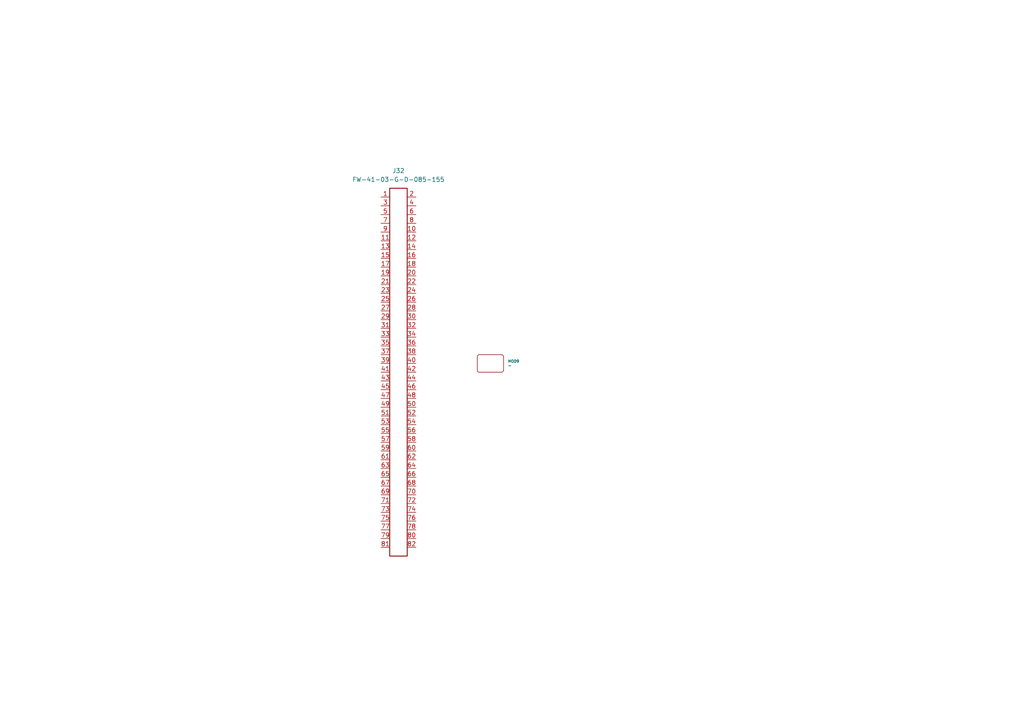
<source format=kicad_sch>
(kicad_sch (version 20250114) (generator "eeschema") (generator_version "9.0")
  (paper "A4")
  (lib_symbols
    (symbol "UNITED_CONNECTORS_DATA_BASE:J_FW-41-03-G-D-085-155" (pin_names (offset 0.254))
      (property "Reference" "J" (at 5.08 54.61 0))
      (property "Value" "FW-41-03-G-D-085-155" (at 5.08 -54.61 0))
      (symbol "J_FW-41-03-G-D-085-155_0_0"
        (pin unspecified line (at -5.08 50.8 0) (length 2.54) (name "") (number "1"))
        (pin unspecified line (at -5.08 48.26 0) (length 2.54) (name "") (number "3"))
        (pin unspecified line (at -5.08 45.72 0) (length 2.54) (name "") (number "5"))
        (pin unspecified line (at -5.08 43.18 0) (length 2.54) (name "") (number "7"))
        (pin unspecified line (at -5.08 40.64 0) (length 2.54) (name "") (number "9"))
        (pin unspecified line (at -5.08 38.1 0) (length 2.54) (name "") (number "11"))
        (pin unspecified line (at -5.08 35.56 0) (length 2.54) (name "") (number "13"))
        (pin unspecified line (at -5.08 33.02 0) (length 2.54) (name "") (number "15"))
        (pin unspecified line (at -5.08 30.48 0) (length 2.54) (name "") (number "17"))
        (pin unspecified line (at -5.08 27.94 0) (length 2.54) (name "") (number "19"))
        (pin unspecified line (at -5.08 25.4 0) (length 2.54) (name "") (number "21"))
        (pin unspecified line (at -5.08 22.86 0) (length 2.54) (name "") (number "23"))
        (pin unspecified line (at -5.08 20.32 0) (length 2.54) (name "") (number "25"))
        (pin unspecified line (at -5.08 17.78 0) (length 2.54) (name "") (number "27"))
        (pin unspecified line (at -5.08 15.24 0) (length 2.54) (name "") (number "29"))
        (pin unspecified line (at -5.08 12.7 0) (length 2.54) (name "") (number "31"))
        (pin unspecified line (at -5.08 10.16 0) (length 2.54) (name "") (number "33"))
        (pin unspecified line (at -5.08 7.62 0) (length 2.54) (name "") (number "35"))
        (pin unspecified line (at -5.08 5.08 0) (length 2.54) (name "") (number "37"))
        (pin unspecified line (at -5.08 2.54 0) (length 2.54) (name "") (number "39"))
        (pin unspecified line (at -5.08 0 0) (length 2.54) (name "") (number "41"))
        (pin unspecified line (at -5.08 -2.54 0) (length 2.54) (name "") (number "43"))
        (pin unspecified line (at -5.08 -5.08 0) (length 2.54) (name "") (number "45"))
        (pin unspecified line (at -5.08 -7.62 0) (length 2.54) (name "") (number "47"))
        (pin unspecified line (at -5.08 -10.16 0) (length 2.54) (name "") (number "49"))
        (pin unspecified line (at -5.08 -12.7 0) (length 2.54) (name "") (number "51"))
        (pin unspecified line (at -5.08 -15.24 0) (length 2.54) (name "") (number "53"))
        (pin unspecified line (at -5.08 -17.78 0) (length 2.54) (name "") (number "55"))
        (pin unspecified line (at -5.08 -20.32 0) (length 2.54) (name "") (number "57"))
        (pin unspecified line (at -5.08 -22.86 0) (length 2.54) (name "") (number "59"))
        (pin unspecified line (at -5.08 -25.4 0) (length 2.54) (name "") (number "61"))
        (pin unspecified line (at -5.08 -27.94 0) (length 2.54) (name "") (number "63"))
        (pin unspecified line (at -5.08 -30.48 0) (length 2.54) (name "") (number "65"))
        (pin unspecified line (at -5.08 -33.02 0) (length 2.54) (name "") (number "67"))
        (pin unspecified line (at -5.08 -35.56 0) (length 2.54) (name "") (number "69"))
        (pin unspecified line (at -5.08 -38.1 0) (length 2.54) (name "") (number "71"))
        (pin unspecified line (at -5.08 -40.64 0) (length 2.54) (name "") (number "73"))
        (pin unspecified line (at -5.08 -43.18 0) (length 2.54) (name "") (number "75"))
        (pin unspecified line (at -5.08 -45.72 0) (length 2.54) (name "") (number "77"))
        (pin unspecified line (at -5.08 -48.26 0) (length 2.54) (name "") (number "79"))
        (pin unspecified line (at -5.08 -50.8 0) (length 2.54) (name "") (number "81"))
        (pin unspecified line (at 5.08 50.8 180) (length 2.54) (name "") (number "2"))
        (pin unspecified line (at 5.08 48.26 180) (length 2.54) (name "") (number "4"))
        (pin unspecified line (at 5.08 45.72 180) (length 2.54) (name "") (number "6"))
        (pin unspecified line (at 5.08 43.18 180) (length 2.54) (name "") (number "8"))
        (pin unspecified line (at 5.08 40.64 180) (length 2.54) (name "") (number "10"))
        (pin unspecified line (at 5.08 38.1 180) (length 2.54) (name "") (number "12"))
        (pin unspecified line (at 5.08 35.56 180) (length 2.54) (name "") (number "14"))
        (pin unspecified line (at 5.08 33.02 180) (length 2.54) (name "") (number "16"))
        (pin unspecified line (at 5.08 30.48 180) (length 2.54) (name "") (number "18"))
        (pin unspecified line (at 5.08 27.94 180) (length 2.54) (name "") (number "20"))
        (pin unspecified line (at 5.08 25.4 180) (length 2.54) (name "") (number "22"))
        (pin unspecified line (at 5.08 22.86 180) (length 2.54) (name "") (number "24"))
        (pin unspecified line (at 5.08 20.32 180) (length 2.54) (name "") (number "26"))
        (pin unspecified line (at 5.08 17.78 180) (length 2.54) (name "") (number "28"))
        (pin unspecified line (at 5.08 15.24 180) (length 2.54) (name "") (number "30"))
        (pin unspecified line (at 5.08 12.7 180) (length 2.54) (name "") (number "32"))
        (pin unspecified line (at 5.08 10.16 180) (length 2.54) (name "") (number "34"))
        (pin unspecified line (at 5.08 7.62 180) (length 2.54) (name "") (number "36"))
        (pin unspecified line (at 5.08 5.08 180) (length 2.54) (name "") (number "38"))
        (pin unspecified line (at 5.08 2.54 180) (length 2.54) (name "") (number "40"))
        (pin unspecified line (at 5.08 0 180) (length 2.54) (name "") (number "42"))
        (pin unspecified line (at 5.08 -2.54 180) (length 2.54) (name "") (number "44"))
        (pin unspecified line (at 5.08 -5.08 180) (length 2.54) (name "") (number "46"))
        (pin unspecified line (at 5.08 -7.62 180) (length 2.54) (name "") (number "48"))
        (pin unspecified line (at 5.08 -10.16 180) (length 2.54) (name "") (number "50"))
        (pin unspecified line (at 5.08 -12.7 180) (length 2.54) (name "") (number "52"))
        (pin unspecified line (at 5.08 -15.24 180) (length 2.54) (name "") (number "54"))
        (pin unspecified line (at 5.08 -17.78 180) (length 2.54) (name "") (number "56"))
        (pin unspecified line (at 5.08 -20.32 180) (length 2.54) (name "") (number "58"))
        (pin unspecified line (at 5.08 -22.86 180) (length 2.54) (name "") (number "60"))
        (pin unspecified line (at 5.08 -25.4 180) (length 2.54) (name "") (number "62"))
        (pin unspecified line (at 5.08 -27.94 180) (length 2.54) (name "") (number "64"))
        (pin unspecified line (at 5.08 -30.48 180) (length 2.54) (name "") (number "66"))
        (pin unspecified line (at 5.08 -33.02 180) (length 2.54) (name "") (number "68"))
        (pin unspecified line (at 5.08 -35.56 180) (length 2.54) (name "") (number "70"))
        (pin unspecified line (at 5.08 -38.1 180) (length 2.54) (name "") (number "72"))
        (pin unspecified line (at 5.08 -40.64 180) (length 2.54) (name "") (number "74"))
        (pin unspecified line (at 5.08 -43.18 180) (length 2.54) (name "") (number "76"))
        (pin unspecified line (at 5.08 -45.72 180) (length 2.54) (name "") (number "78"))
        (pin unspecified line (at 5.08 -48.26 180) (length 2.54) (name "") (number "80"))
        (pin unspecified line (at 5.08 -50.8 180) (length 2.54) (name "") (number "82"))
      )
      (symbol "J_FW-41-03-G-D-085-155_1_0"
        (rectangle (start -2.54 53.34) (end 2.54 -53.34) (stroke (width 0.254)))
      )
    )
    (symbol "UNITED_MODULES_DATA_BASE:MINIMAL_MAX32650"
      (property "Reference" "MOD" (at 0.254 3.302 0))
      (symbol "MINIMAL_MAX32650_0_1"
        (polyline (pts (xy -3.81 -2.032) (xy -3.81 1.905)))
        (arc (start -3.302 -2.54) (mid -3.6612 -2.3912) (end -3.81 -2.032))
        (polyline (pts (xy -3.175 2.54) (xy 3.175 2.54)))
        (arc (start -3.81 1.905) (mid -3.624 2.354) (end -3.175 2.54))
        (arc (start 3.81 -1.905) (mid 3.6247 -2.3539) (end 3.177 -2.542))
        (arc (start 3.175 2.54) (mid 3.624 2.354) (end 3.81 1.905))
        (polyline (pts (xy 3.175 -2.54) (xy -3.302 -2.54)))
        (polyline (pts (xy 3.81 -1.905) (xy 3.81 1.905)))
      )
    )
  )
  (symbol (lib_id "UNITED_MODULES_DATA_BASE:MINIMAL_MAX32650") (at 142.24 105.41 0) (unit 1)
    (property "Reference" "MOD9" (at 147.32 104.776 0) (effects (font (size 0.762 0.762)) (justify left)))
    (property "Value" "~" (at 147.32 106.046 0) (effects (justify left)))
    (property "Footprint" "modules_footprints:minimal_max32650" (effects (hide yes)))
  )
  (symbol (lib_id "UNITED_CONNECTORS_DATA_BASE:J_FW-41-03-G-D-085-155") (at 115.57 107.95 0) (unit 1)
    (property "Reference" "J32" (at 115.57 49.53 0))
    (property "Value" "FW-41-03-G-D-085-155" (at 115.57 52.07 0))
    (property "Footprint" "connector_footprints:FW-41-03-G-D-085-155" (effects (hide yes)))
    (property "Datasheet" "https://suddendocs.samtec.com/catalog_english/fw_sm.pdf?_gl=1*1xtxv9c*_gcl_au*MTM0MTYyNTQ5MS4xNzM2MDk5MTUz*_ga*MTYxNDYyMTQ0Mi4xNzM2MDk5MTUz*_ga_3KFNZC07WW*MTczODE2NTI0NS4zMi4xLjE3MzgxNjU1NjMuNjAuMC4w" (effects (hide yes)))
    (property "Description" "Samtec FW-xx-03-G-D-085-155 series,  41 positions connector,  1.27 mm pitch,  Black,  Vertical mounting,  5.2 A,  300 V,  Surface Mount,  Gold plated" (effects (hide yes)))
    (property "Color" "Black" (effects (hide yes)))
    (property "Contact Plating" "Gold" (effects (hide yes)))
    (property "Current Rating (A)" "5.2" (effects (hide yes)))
    (property "MPN" "FW-41-03-G-D-085-155" (effects (hide yes)))
    (property "Manufacturer" "Samtec" (effects (hide yes)))
    (property "Mounting Angle" "Vertical" (effects (hide yes)))
    (property "Mounting Style" "Surface Mount" (effects (hide yes)))
    (property "Number of Rows" "2" (effects (hide yes)))
    (property "Pin Count" "41" (effects (hide yes)))
    (property "Pitch (mm)" "1.27" (effects (hide yes)))
    (property "Series" "FW-xx-03-G-D-085-155" (effects (hide yes)))
    (property "Symbol Name" "J_FW-41-03-G-D-085-155" (effects (hide yes)))
    (property "Trustedparts Search" "https://www.trustedparts.com/en/search/FW-41-03-G-D-085-155" (effects (hide yes)))
    (property "Voltage Rating (V)" "300" (effects (hide yes)))
  )
)
</source>
